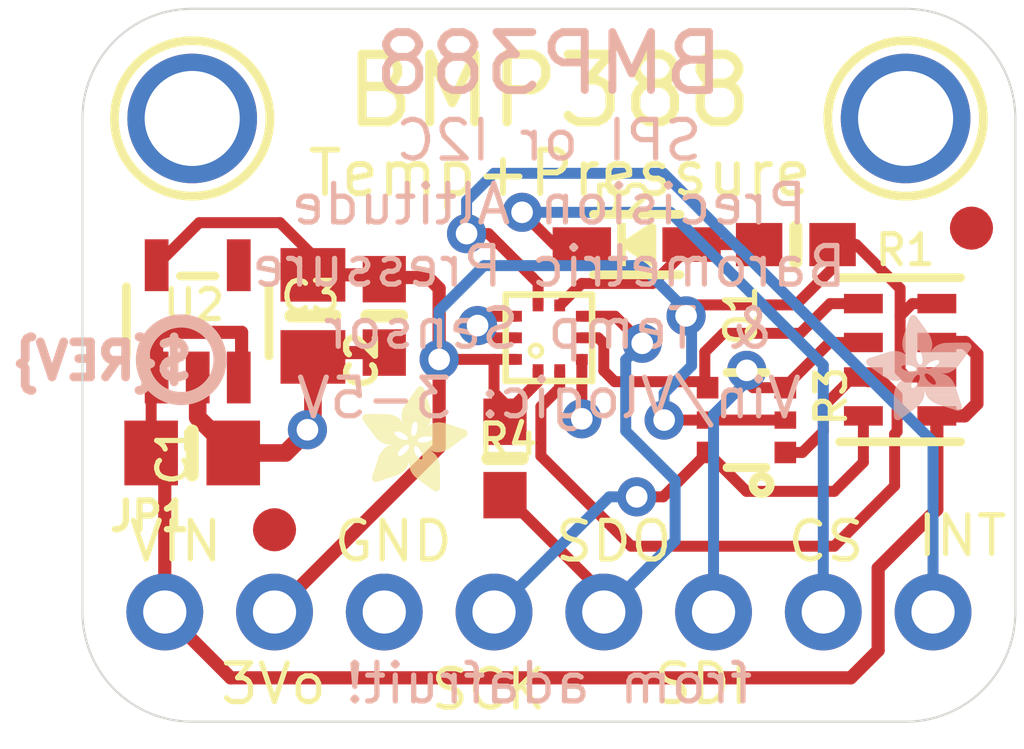
<source format=kicad_pcb>
(kicad_pcb (version 20221018) (generator pcbnew)
  (layers (0 "F.Cu" signal) (31 "B.Cu" signal) (34 "B.Paste" user) (35 "F.Paste" user) (36 "B.SilkS" user "B.Silkscreen") (37 "F.SilkS" user "F.Silkscreen") (38 "B.Mask" user) (39 "F.Mask" user) (44 "Edge.Cuts" user))
  (net 0 "")
  (net 1 "GND")
  (net 2 "SDI_3V")
  (net 3 "SCK_3V")
  (net 4 "CS_3V")
  (net 5 "3.3V")
  (net 6 "SDO/ADR")
  (net 7 "SDI/SDA")
  (net 8 "SCK/SCL")
  (net 9 "VIN")
  (net 10 "CS")
  (net 11 "INT")
  (footprint "Adafruit BMP388:0603-NO" (layer "F.Cu") (at 147.4851 107.1626 90)
    (fp_text reference "R4" (at 0.4445 0.8255) (layer "F.SilkS") (effects (font (size 0.692831 0.692831) (thickness 0.119969)) (justify right)))
    (fp_text value "10K")
    (pad "1" smd rect (at -0.85 0 90) (size 1.075 1) (layers "F.Cu" "F.Paste" "F.Mask") (net 6 "SDO/ADR"))
    (pad "2" smd rect (at 0.85 0 90) (size 1.075 1) (layers "F.Cu" "F.Paste" "F.Mask") (net 5 "3.3V"))
  )
  (footprint "Adafruit BMP388:ADAFRUIT_2.5MM" (layer "F.Cu") (at 144.1831 107.9246)
    (fp_text reference "U$6" hide)
    (fp_text value "" hide)
  )
  (footprint "Adafruit BMP388:SOT23-5" (layer "F.Cu") (at 140.3731 103.9876)
    (fp_text reference "U2" (at 0.689 -0.381) (layer "F.SilkS") (effects (font (size 0.692831 0.692831) (thickness 0.119969)) (justify right)))
    (fp_text value "MIC5225-3.3")
    (pad "1" smd rect (at -0.95 1.3001) (size 0.55 1.2) (layers "F.Cu" "F.Paste" "F.Mask") (net 9 "VIN"))
    (pad "2" smd rect (at 0 1.3001) (size 0.55 1.2) (layers "F.Cu" "F.Paste" "F.Mask") (net 1 "GND"))
    (pad "3" smd rect (at 0.95 1.3001) (size 0.55 1.2) (layers "F.Cu" "F.Paste" "F.Mask") (net 9 "VIN"))
    (pad "4" smd rect (at 0.95 -1.3001) (size 0.55 1.2) (layers "F.Cu" "F.Paste" "F.Mask"))
    (pad "5" smd rect (at -0.95 -1.3001) (size 0.55 1.2) (layers "F.Cu" "F.Paste" "F.Mask") (net 5 "3.3V"))
  )
  (footprint "Adafruit BMP388:0805-NO" (layer "F.Cu") (at 140.2461 107.0356)
    (fp_text reference "C1" (at -0.4445 -0.6985 90) (layer "F.SilkS") (effects (font (size 0.692831 0.692831) (thickness 0.119969)) (justify right)))
    (fp_text value "10uF")
    (pad "1" smd rect (at -0.95 0) (size 1.24 1.5) (layers "F.Cu" "F.Paste" "F.Mask") (net 9 "VIN"))
    (pad "2" smd rect (at 0.95 0) (size 1.24 1.5) (layers "F.Cu" "F.Paste" "F.Mask") (net 1 "GND"))
  )
  (footprint "Adafruit BMP388:BMP388" (layer "F.Cu") (at 148.5011 104.3686 180)
    (fp_text reference "IC1" hide)
    (fp_text value "BMP388" hide)
    (pad "1" smd rect (at 0.25 -0.75) (size 0.25 0.275) (layers "F.Cu" "F.Paste" "F.Mask") (net 5 "3.3V"))
    (pad "2" smd rect (at -0.25 -0.75) (size 0.25 0.275) (layers "F.Cu" "F.Paste" "F.Mask") (net 3 "SCK_3V"))
    (pad "3" smd rect (at -0.7625 -0.5 270) (size 0.25 0.275) (layers "F.Cu" "F.Paste" "F.Mask") (net 1 "GND"))
    (pad "4" smd rect (at -0.7625 0 270) (size 0.25 0.275) (layers "F.Cu" "F.Paste" "F.Mask") (net 2 "SDI_3V"))
    (pad "5" smd rect (at -0.7625 0.5 270) (size 0.25 0.275) (layers "F.Cu" "F.Paste" "F.Mask") (net 6 "SDO/ADR"))
    (pad "6" smd rect (at -0.25 0.75) (size 0.25 0.275) (layers "F.Cu" "F.Paste" "F.Mask") (net 4 "CS_3V"))
    (pad "7" smd rect (at 0.25 0.75) (size 0.25 0.275) (layers "F.Cu" "F.Paste" "F.Mask") (net 11 "INT"))
    (pad "8" smd rect (at 0.7625 0.5 270) (size 0.25 0.275) (layers "F.Cu" "F.Paste" "F.Mask") (net 1 "GND"))
    (pad "9" smd rect (at 0.7625 0 270) (size 0.25 0.275) (layers "F.Cu" "F.Paste" "F.Mask") (net 1 "GND"))
    (pad "10" smd rect (at 0.7625 -0.5 270) (size 0.25 0.275) (layers "F.Cu" "F.Paste" "F.Mask") (net 5 "3.3V"))
  )
  (footprint "Adafruit BMP388:SOT363" (layer "F.Cu") (at 153.0731 106.2736 90)
    (fp_text reference "Q1" (at 1.651 -0.127 90) (layer "F.SilkS") (effects (font (size 0.692831 0.692831) (thickness 0.119969)) (justify left)))
    (fp_text value "2N7002D")
    (pad "1" smd rect (at -0.75 0.9 90) (size 0.5 0.5) (layers "F.Cu" "F.Paste" "F.Mask") (net 3 "SCK_3V"))
    (pad "2" smd rect (at 0 0.9 90) (size 0.4 0.5) (layers "F.Cu" "F.Paste" "F.Mask") (net 5 "3.3V"))
    (pad "3" smd rect (at 0.75 0.9 90) (size 0.5 0.5) (layers "F.Cu" "F.Paste" "F.Mask") (net 7 "SDI/SDA"))
    (pad "4" smd rect (at 0.75 -0.9 90) (size 0.5 0.5) (layers "F.Cu" "F.Paste" "F.Mask") (net 2 "SDI_3V"))
    (pad "5" smd rect (at 0 -0.9 90) (size 0.4 0.5) (layers "F.Cu" "F.Paste" "F.Mask") (net 5 "3.3V"))
    (pad "6" smd rect (at -0.75 -0.9 90) (size 0.5 0.5) (layers "F.Cu" "F.Paste" "F.Mask") (net 8 "SCK/SCL"))
  )
  (footprint "Adafruit BMP388:FIDUCIAL_1MM" (layer "F.Cu") (at 158.2801 101.8286)
    (fp_text reference "U$15" hide)
    (fp_text value "FIDUCIAL_1MM" hide)
    (pad "1" smd roundrect (at 0 0) (size 1 1) (layers "F.Cu" "F.Mask") (roundrect_rratio 0.5))
  )
  (footprint "Adafruit BMP388:0805-NO" (layer "F.Cu") (at 143.0401 103.8606 -90)
    (fp_text reference "C3" (at -0.4445 -0.6985) (layer "F.SilkS") (effects (font (size 0.692831 0.692831) (thickness 0.119969)) (justify right)))
    (fp_text value "10uF")
    (pad "1" smd rect (at -0.95 0 270) (size 1.24 1.5) (layers "F.Cu" "F.Paste" "F.Mask") (net 5 "3.3V"))
    (pad "2" smd rect (at 0.95 0 270) (size 1.24 1.5) (layers "F.Cu" "F.Paste" "F.Mask") (net 1 "GND"))
  )
  (footprint "Adafruit BMP388:RESPACK_4X0603" (layer "F.Cu") (at 156.6291 104.8766 90)
    (fp_text reference "R3" (at -1.6 -1.6 90) (layer "F.SilkS") (effects (font (size 0.692831 0.692831) (thickness 0.119969)) (justify left)))
    (fp_text value "10K")
    (pad "1" smd rect (at -1.3 0.85 90) (size 0.45 0.9) (layers "F.Cu" "F.Paste" "F.Mask") (net 9 "VIN"))
    (pad "2" smd rect (at -0.4 0.85 90) (size 0.45 0.9) (layers "F.Cu" "F.Paste" "F.Mask") (net 5 "3.3V"))
    (pad "3" smd rect (at 0.4 0.85 90) (size 0.45 0.9) (layers "F.Cu" "F.Paste" "F.Mask") (net 9 "VIN"))
    (pad "4" smd rect (at 1.3 0.85 90) (size 0.45 0.9) (layers "F.Cu" "F.Paste" "F.Mask") (net 5 "3.3V"))
    (pad "5" smd rect (at 1.3 -0.85 90) (size 0.45 0.9) (layers "F.Cu" "F.Paste" "F.Mask") (net 2 "SDI_3V"))
    (pad "6" smd rect (at 0.4 -0.85 90) (size 0.45 0.9) (layers "F.Cu" "F.Paste" "F.Mask") (net 7 "SDI/SDA"))
    (pad "7" smd rect (at -0.4 -0.85 90) (size 0.45 0.9) (layers "F.Cu" "F.Paste" "F.Mask") (net 3 "SCK_3V"))
    (pad "8" smd rect (at -1.3 -0.85 90) (size 0.45 0.9) (layers "F.Cu" "F.Paste" "F.Mask") (net 8 "SCK/SCL"))
  )
  (footprint "Adafruit BMP388:0603-NO" (layer "F.Cu") (at 144.6911 103.8606 -90)
    (fp_text reference "C2" (at 1.778 0.127 -90) (layer "F.SilkS") (effects (font (size 0.666496 0.666496) (thickness 0.146304)) (justify left bottom)))
    (fp_text value "0.1uF")
    (pad "1" smd rect (at -0.85 0 270) (size 1.075 1) (layers "F.Cu" "F.Paste" "F.Mask") (net 5 "3.3V"))
    (pad "2" smd rect (at 0.85 0 270) (size 1.075 1) (layers "F.Cu" "F.Paste" "F.Mask") (net 1 "GND"))
  )
  (footprint "Adafruit BMP388:SOD-323" (layer "F.Cu") (at 150.5331 102.2096)
    (fp_text reference "D2" (at -1.1 -1) (layer "F.SilkS") (effects (font (size 0.692831 0.692831) (thickness 0.119969)) (justify left)))
    (fp_text value "1N4148")
    (pad "A" smd rect (at 1.27 0) (size 1.35 0.8) (layers "F.Cu" "F.Paste" "F.Mask") (net 4 "CS_3V"))
    (pad "C" smd rect (at -1.27 0) (size 1.35 0.8) (layers "F.Cu" "F.Paste" "F.Mask") (net 10 "CS"))
  )
  (footprint "Adafruit BMP388:0603-NO" (layer "F.Cu") (at 154.2161 102.2096)
    (fp_text reference "R1" (at 1.778 0.127) (layer "F.SilkS") (effects (font (size 0.692831 0.692831) (thickness 0.119969)) (justify left)))
    (fp_text value "10K")
    (pad "1" smd rect (at -0.85 0) (size 1.075 1) (layers "F.Cu" "F.Paste" "F.Mask") (net 4 "CS_3V"))
    (pad "2" smd rect (at 0.85 0) (size 1.075 1) (layers "F.Cu" "F.Paste" "F.Mask") (net 5 "3.3V"))
  )
  (footprint "Adafruit BMP388:1X08_ROUND_70" (layer "F.Cu") (at 148.5011 110.7186)
    (fp_text reference "JP1" (at -10.2362 -1.8288) (layer "F.SilkS") (effects (font (size 0.666496 0.666496) (thickness 0.146304)) (justify left bottom)))
    (fp_text value "")
    (pad "1" thru_hole circle (at -8.89 0 90) (size 1.778 1.778) (drill 1) (layers "*.Cu" "*.Mask") (net 9 "VIN"))
    (pad "2" thru_hole circle (at -6.35 0 90) (size 1.778 1.778) (drill 1) (layers "*.Cu" "*.Mask") (net 5 "3.3V"))
    (pad "3" thru_hole circle (at -3.81 0 90) (size 1.778 1.778) (drill 1) (layers "*.Cu" "*.Mask") (net 1 "GND"))
    (pad "4" thru_hole circle (at -1.27 0 90) (size 1.778 1.778) (drill 1) (layers "*.Cu" "*.Mask") (net 8 "SCK/SCL"))
    (pad "5" thru_hole circle (at 1.27 0 90) (size 1.778 1.778) (drill 1) (layers "*.Cu" "*.Mask") (net 6 "SDO/ADR"))
    (pad "6" thru_hole circle (at 3.81 0 90) (size 1.778 1.778) (drill 1) (layers "*.Cu" "*.Mask") (net 7 "SDI/SDA"))
    (pad "7" thru_hole circle (at 6.35 0 90) (size 1.778 1.778) (drill 1) (layers "*.Cu" "*.Mask") (net 10 "CS"))
    (pad "8" thru_hole circle (at 8.89 0 90) (size 1.778 1.778) (drill 1) (layers "*.Cu" "*.Mask") (net 11 "INT"))
  )
  (footprint "Adafruit BMP388:FIDUCIAL_1MM" (layer "F.Cu") (at 142.1511 108.8136)
    (fp_text reference "U$5" hide)
    (fp_text value "FIDUCIAL_1MM" hide)
    (pad "1" smd roundrect (at 0 0) (size 1 1) (layers "F.Cu" "F.Mask") (roundrect_rratio 0.5))
  )
  (footprint "Adafruit BMP388:MOUNTINGHOLE_2.0_PLATED" (layer "F.Cu") (at 156.7561 99.2886)
    (fp_text reference "U$8" hide)
    (fp_text value "MOUNTINGHOLE2.0" hide)
    (pad "P$1" thru_hole circle (at 0 0) (size 3 3) (drill 2.2) (layers "*.Cu" "*.Mask"))
  )
  (footprint "Adafruit BMP388:MOUNTINGHOLE_2.0_PLATED" (layer "F.Cu") (at 140.2461 99.2886)
    (fp_text reference "U$7" hide)
    (fp_text value "MOUNTINGHOLE2.0" hide)
    (pad "P$1" thru_hole circle (at 0 0) (size 3 3) (drill 2.2) (layers "*.Cu" "*.Mask"))
  )
  (footprint "Adafruit BMP388:PCBFEAT-REV-040" (layer "B.Cu") (at 139.9921 104.8766 180)
    (fp_text reference "U$20" hide)
    (fp_text value "" hide)
    (fp_text user "${REV}" (at -0.3556 -0.508) (layer "B.SilkS") (effects (font (size 0.8128 0.8128) (thickness 0.2032)) (justify left bottom mirror)))
  )
  (footprint "Adafruit BMP388:ADAFRUIT_2.5MM" (layer "B.Cu") (at 158.2801 106.2736 180)
    (fp_text reference "U$2" hide)
    (fp_text value "" hide)
  )
  (gr_line (start 140.2461 96.7486) (end 156.7561 96.7486) (stroke (width 0.05)) (layer "Edge.Cuts"))
  (gr_arc (start 140.2461 113.2586) (mid 138.450049 112.514651) (end 137.7061 110.7186) (stroke (width 0.05)) (layer "Edge.Cuts"))
  (gr_line (start 137.7061 110.7186) (end 137.7061 99.2886) (stroke (width 0.05)) (layer "Edge.Cuts"))
  (gr_line (start 159.2961 99.2886) (end 159.2961 110.7186) (stroke (width 0.05)) (layer "Edge.Cuts"))
  (gr_line (start 156.7561 113.2586) (end 140.2461 113.2586) (stroke (width 0.05)) (layer "Edge.Cuts"))
  (gr_arc (start 137.7061 99.2886) (mid 138.450049 97.492549) (end 140.2461 96.7486) (stroke (width 0.05)) (layer "Edge.Cuts"))
  (gr_arc (start 156.7561 96.7486) (mid 158.552151 97.492549) (end 159.2961 99.2886) (stroke (width 0.05)) (layer "Edge.Cuts"))
  (gr_arc (start 159.2961 110.7186) (mid 158.552151 112.514651) (end 156.7561 113.2586) (stroke (width 0.05)) (layer "Edge.Cuts"))
  (gr_text "Vin/Vlogic: 3-5V" (at 148.5011 105.7656) (layer "B.SilkS") (effects (font (size 0.89408 0.89408) (thickness 0.12192)) (justify mirror)))
  (gr_text "BMP388" (at 148.5011 98.0186) (layer "B.SilkS") (effects (font (size 1.34112 1.34112) (thickness 0.18288)) (justify mirror)))
  (gr_text "Precision Altitude\nBarometric Pressure\n& Temp Sensor" (at 148.5011 102.7176) (layer "B.SilkS") (effects (font (size 0.89408 0.89408) (thickness 0.12192)) (justify mirror)))
  (gr_text "from adafruit!" (at 148.5011 112.3696) (layer "B.SilkS") (effects (font (size 0.89408 0.89408) (thickness 0.12192)) (justify mirror)))
  (gr_text "SPI or I2C" (at 148.5011 99.7966) (layer "B.SilkS") (effects (font (size 0.89408 0.89408) (thickness 0.12192)) (justify mirror)))
  (gr_text "3Vo" (at 143.4211 111.8616) (layer "F.SilkS") (effects (font (size 0.89408 0.89408) (thickness 0.12192)) (justify right top)))
  (gr_text "Temp+Pressure" (at 148.7551 100.5586) (layer "F.SilkS") (effects (font (size 1.00584 1.00584) (thickness 0.13716))))
  (gr_text "SDI" (at 153.2001 111.8616) (layer "F.SilkS") (effects (font (size 0.89408 0.89408) (thickness 0.12192)) (justify right top)))
  (gr_text "BMP388" (at 148.5011 98.6536) (layer "F.SilkS") (effects (font (size 1.56464 1.56464) (thickness 0.21336))))
  (gr_text "SDO" (at 151.4221 108.5596) (layer "F.SilkS") (effects (font (size 0.89408 0.89408) (thickness 0.12192)) (justify right top)))
  (gr_text "INT" (at 159.1691 108.4326) (layer "F.SilkS") (effects (font (size 0.89408 0.89408) (thickness 0.12192)) (justify right top)))
  (gr_text "SCK" (at 148.5011 111.9886) (layer "F.SilkS") (effects (font (size 0.89408 0.89408) (thickness 0.12192)) (justify right top)))
  (gr_text "CS" (at 155.8671 108.5596) (layer "F.SilkS") (effects (font (size 0.89408 0.89408) (thickness 0.12192)) (justify right top)))
  (gr_text "VIN" (at 141.0081 108.5596) (layer "F.SilkS") (effects (font (size 0.89408 0.89408) (thickness 0.12192)) (justify right top)))
  (gr_text "GND" (at 146.3421 108.5596) (layer "F.SilkS") (effects (font (size 0.89408 0.89408) (thickness 0.12192)) (justify right top)))
  (segment (start 147.7386 104.3686) (end 147.1335 104.3686) (width 0.254) (layer "F.Cu") (net 1))
  (segment (start 144.6911 104.7106) (end 143.1401 104.7106) (width 0.3048) (layer "F.Cu") (net 1))
  (segment (start 147.1335 104.3686) (end 146.8501 104.0852) (width 0.254) (layer "F.Cu") (net 1))
  (segment (start 141.1961 107.0356) (end 142.4051 107.0356) (width 0.4064) (layer "F.Cu") (net 1))
  (segment (start 143.1401 104.7106) (end 143.0401 104.8106) (width 0.3048) (layer "F.Cu") (net 1))
  (segment (start 142.4051 107.0356) (end 142.9131 106.5276) (width 0.4064) (layer "F.Cu") (net 1))
  (segment (start 147.0667 103.8686) (end 146.8501 104.0852) (width 0.254) (layer "F.Cu") (net 1))
  (segment (start 140.3731 106.2126) (end 141.1961 107.0356) (width 0.4064) (layer "F.Cu") (net 1))
  (segment (start 149.2636 106.2437) (end 149.2631 106.2442) (width 0.254) (layer "F.Cu") (net 1))
  (segment (start 143.0401 106.4006) (end 142.9131 106.5276) (width 0.4064) (layer "F.Cu") (net 1))
  (segment (start 140.3731 105.2877) (end 140.3731 106.2126) (width 0.4064) (layer "F.Cu") (net 1))
  (segment (start 143.0401 104.8106) (end 143.0401 106.4006) (width 0.4064) (layer "F.Cu") (net 1))
  (segment (start 142.9131 106.5276) (end 142.9131 106.4982) (width 0.4064) (layer "F.Cu") (net 1))
  (segment (start 149.2636 104.8686) (end 149.2636 106.2437) (width 0.254) (layer "F.Cu") (net 1))
  (segment (start 147.7386 103.8686) (end 147.0667 103.8686) (width 0.254) (layer "F.Cu") (net 1))
  (via (at 149.2631 106.2442) (size 0.9064) (drill 0.5) (layers "F.Cu" "B.Cu") (net 1))
  (via (at 146.8501 104.0852) (size 0.9064) (drill 0.5) (layers "F.Cu" "B.Cu") (net 1))
  (via (at 142.9131 106.4982) (size 0.9064) (drill 0.5) (layers "F.Cu" "B.Cu") (net 1))
  (segment (start 150.0251 105.3846) (end 152.0341 105.3846) (width 0.254) (layer "F.Cu") (net 2))
  (segment (start 152.1091 105.4596) (end 152.1731 105.5236) (width 0.254) (layer "F.Cu") (net 2))
  (segment (start 149.6446 104.3686) (end 149.7716 104.4956) (width 0.254) (layer "F.Cu") (net 2))
  (segment (start 152.0341 105.3846) (end 152.1091 105.4596) (width 0.254) (layer "F.Cu") (net 2))
  (segment (start 155.0081 103.5766) (end 155.7791 103.5766) (width 0.254) (layer "F.Cu") (net 2))
  (segment (start 149.2636 104.3686) (end 149.6446 104.3686) (width 0.254) (layer "F.Cu") (net 2))
  (segment (start 152.5421 104.2646) (end 152.1091 104.6976) (width 0.254) (layer "F.Cu") (net 2))
  (segment (start 149.7716 105.1311) (end 150.0251 105.3846) (width 0.254) (layer "F.Cu") (net 2))
  (segment (start 155.0081 103.5766) (end 154.3201 104.2646) (width 0.254) (layer "F.Cu") (net 2))
  (segment (start 149.7716 104.4956) (end 149.7716 105.1311) (width 0.254) (layer "F.Cu") (net 2))
  (segment (start 152.1091 104.6976) (end 152.1091 105.4596) (width 0.254) (layer "F.Cu") (net 2))
  (segment (start 154.3201 104.2646) (end 152.5421 104.2646) (width 0.254) (layer "F.Cu") (net 2))
  (segment (start 154.8511 105.962625) (end 154.8511 106.5386) (width 0.254) (layer "F.Cu") (net 3))
  (segment (start 156.236518 105.3846) (end 156.5593 105.707382) (width 0.254) (layer "F.Cu") (net 3))
  (segment (start 156.5593 106.538369) (end 156.5593 106.538369) (width 0.254) (layer "F.Cu") (net 3))
  (segment (start 156.5593 106.538369) (end 156.559296 106.538375) (width 0.254) (layer "F.Cu") (net 3))
  (segment (start 156.559296 106.538375) (end 156.502093 106.595575) (width 0.254) (layer "F.Cu") (net 3))
  (segment (start 155.7791 105.2766) (end 155.8871 105.3846) (width 0.254) (layer "F.Cu") (net 3))
  (segment (start 154.8511 105.962625) (end 155.537125 105.2766) (width 0.254) (layer "F.Cu") (net 3))
  (segment (start 155.537125 105.2766) (end 155.7791 105.2766) (width 0.254) (layer "F.Cu") (net 3))
  (segment (start 148.7511 105.527182) (end 148.3153 105.962982) (width 0.254) (layer "F.Cu") (net 3))
  (segment (start 156.502093 107.797607) (end 155.1051 109.1946) (width 0.254) (layer "F.Cu") (net 3))
  (segment (start 156.502093 106.595575) (end 156.502093 107.797607) (width 0.254) (layer "F.Cu") (net 3))
  (segment (start 154.3661 107.0236) (end 153.9731 107.0236) (width 0.254) (layer "F.Cu") (net 3))
  (segment (start 148.7511 105.1186) (end 148.7511 105.527182) (width 0.254) (layer "F.Cu") (net 3))
  (segment (start 155.8871 105.3846) (end 156.236518 105.3846) (width 0.254) (layer "F.Cu") (net 3))
  (segment (start 148.3153 105.962982) (end 148.3153 107.1038) (width 0.254) (layer "F.Cu") (net 3))
  (segment (start 156.5593 105.707382) (end 156.5593 106.538369) (width 0.254) (layer "F.Cu") (net 3))
  (segment (start 155.1051 109.1946) (end 150.4061 109.1946) (width 0.254) (layer "F.Cu") (net 3))
  (segment (start 148.3153 107.1038) (end 150.4061 109.1946) (width 0.254) (layer "F.Cu") (net 3))
  (segment (start 154.8511 106.5386) (end 154.3661 107.0236) (width 0.254) (layer "F.Cu") (net 3))
  (segment (start 150.9021 103.1106) (end 151.8031 102.2096) (width 0.254) (layer "F.Cu") (net 4))
  (segment (start 151.8031 102.2096) (end 153.3661 102.2096) (width 0.254) (layer "F.Cu") (net 4))
  (segment (start 148.7511 103.6186) (end 149.2591 103.1106) (width 0.254) (layer "F.Cu") (net 4))
  (segment (start 149.2591 103.1106) (end 150.9021 103.1106) (width 0.254) (layer "F.Cu") (net 4))
  (segment (start 148.25109 105.118622) (end 148.25109 105.118622) (width 0.254) (layer "F.Cu") (net 5))
  (segment (start 155.0661 102.7566) (end 155.0661 102.2096) (width 0.254) (layer "F.Cu") (net 5))
  (segment (start 156.6291 103.2256) (end 155.6131 102.2096) (width 0.254) (layer "F.Cu") (net 5))
  (segment (start 142.2781 101.7016) (end 143.0401 102.4636) (width 0.254) (layer "F.Cu") (net 5))
  (segment (start 144.5911 102.9106) (end 144.6911 103.0106) (width 0.3048) (layer "F.Cu") (net 5))
  (segment (start 147.2311 104.8686) (end 145.9611 104.8686) (width 0.254) (layer "F.Cu") (net 5))
  (segment (start 151.6761 103.747) (end 151.8165 103.6066) (width 0.254) (layer "F.Cu") (net 5))
  (segment (start 140.409 101.7016) (end 142.2781 101.7016) (width 0.254) (layer "F.Cu") (net 5))
  (segment (start 144.6521 102.9716) (end 144.5911 102.9106) (width 0.3048) (layer "F.Cu") (net 5))
  (segment (start 147.4851 106.1466) (end 147.4851 106.3126) (width 0.254) (layer "F.Cu") (net 5))
  (segment (start 156.9131 103.5766) (end 157.4791 103.5766) (width 0.254) (layer "F.Cu") (net 5))
  (segment (start 142.1511 110.7186) (end 145.9611 106.9086) (width 0.3048) (layer "F.Cu") (net 5))
  (segment (start 156.6291 103.2256) (end 156.6291 103.8606) (width 0.254) (layer "F.Cu") (net 5))
  (segment (start 147.2311 104.8686) (end 147.2311 105.6386) (width 0.254) (layer "F.Cu") (net 5))
  (segment (start 151.8165 103.6066) (end 154.2161 103.6066) (width 0.254) (layer "F.Cu") (net 5))
  (segment (start 156.7751 105.2766) (end 156.6291 105.1306) (width 0.254) (layer "F.Cu") (net 5))
  (segment (start 154.2161 103.6066) (end 155.0661 102.7566) (width 0.254) (layer "F.Cu") (net 5))
  (segment (start 152.1731 106.2736) (end 151.1681 106.2736) (width 0.254) (layer "F.Cu") (net 5))
  (segment (start 148.25109 105.38061) (end 148.25109 105.118622) (width 0.254) (layer "F.Cu") (net 5))
  (segment (start 156.6291 103.8606) (end 156.9131 103.5766) (width 0.254) (layer "F.Cu") (net 5))
  (segment (start 145.9611 104.8686) (end 145.9611 103.2256) (width 0.3048) (layer "F.Cu") (net 5))
  (segment (start 145.9611 106.2736) (end 145.9611 104.8686) (width 0.3048) (layer "F.Cu") (net 5))
  (segment (start 153.9731 106.2736) (end 152.1731 106.2736) (width 0.254) (layer "F.Cu") (net 5))
  (segment (start 157.4791 105.2766) (end 156.7751 105.2766) (width 0.254) (layer "F.Cu") (net 5))
  (segment (start 139.4231 102.6875) (end 140.409 101.7016) (width 0.254) (layer "F.Cu") (net 5))
  (segment (start 143.0401 102.9106) (end 144.5911 102.9106) (width 0.3048) (layer "F.Cu") (net 5))
  (segment (start 147.4851 106.1466) (end 148.25109 105.38061) (width 0.254) (layer "F.Cu") (net 5))
  (segment (start 147.2311 105.6386) (end 147.4851 105.8926) (width 0.254) (layer "F.Cu") (net 5))
  (segment (start 143.0401 102.9106) (end 143.0401 103.0986) (width 0.254) (layer "F.Cu") (net 5))
  (segment (start 147.7386 104.8686) (end 147.2311 104.8686) (width 0.254) (layer "F.Cu") (net 5))
  (segment (start 143.0401 102.4636) (end 143.0401 103.0986) (width 0.254) (layer "F.Cu") (net 5))
  (segment (start 145.7071 102.9716) (end 144.6521 102.9716) (width 0.3048) (layer "F.Cu") (net 5))
  (segment (start 151.6761 103.747) (end 151.6761 103.8606) (width 0.254) (layer "F.Cu") (net 5))
  (segment (start 147.4851 105.8926) (end 147.4851 106.3126) (width 0.254) (layer "F.Cu") (net 5))
  (segment (start 145.9611 106.9086) (end 145.9611 106.2736) (width 0.3048) (layer "F.Cu") (net 5))
  (segment (start 145.9611 103.2256) (end 145.7071 102.9716) (width 0.3048) (layer "F.Cu") (net 5))
  (segment (start 155.6131 102.2096) (end 155.0661 102.2096) (width 0.254) (layer "F.Cu") (net 5))
  (segment (start 145.9611 106.2736) (end 145.9611 106.2736) (width 0.3048) (layer "F.Cu") (net 5))
  (segment (start 148.25109 105.118622) (end 148.2511 105.1186) (width 0.254) (layer "F.Cu") (net 5))
  (segment (start 156.6291 105.1306) (end 156.6291 103.8606) (width 0.254) (layer "F.Cu") (net 5))
  (via (at 145.9611 104.8686) (size 0.9064) (drill 0.5) (layers "F.Cu" "B.Cu") (net 5))
  (via (at 151.1681 106.2736) (size 0.9064) (drill 0.5) (layers "F.Cu" "B.Cu") (net 5))
  (via (at 151.6761 103.8606) (size 0.9064) (drill 0.5) (layers "F.Cu" "B.Cu") (net 5))
  (segment (start 151.8031 105.017) (end 151.8031 103.9876) (width 0.254) (layer "B.Cu") (net 5))
  (segment (start 150.6387 102.6962) (end 151.6761 103.7336) (width 0.254) (layer "B.Cu") (net 5))
  (segment (start 151.8031 103.9876) (end 151.6761 103.8606) (width 0.254) (layer "B.Cu") (net 5))
  (segment (start 151.6761 103.7336) (end 151.6761 103.8606) (width 0.254) (layer "B.Cu") (net 5))
  (segment (start 145.9611 103.7336) (end 146.9985 102.6962) (width 0.254) (layer "B.Cu") (net 5))
  (segment (start 145.9611 104.8686) (end 145.9611 103.7336) (width 0.254) (layer "B.Cu") (net 5))
  (segment (start 151.1681 106.2736) (end 151.1681 105.652) (width 0.254) (layer "B.Cu") (net 5))
  (segment (start 146.9985 102.6962) (end 150.6387 102.6962) (width 0.254) (layer "B.Cu") (net 5))
  (segment (start 151.1681 105.652) (end 151.8031 105.017) (width 0.254) (layer "B.Cu") (net 5))
  (segment (start 149.2636 103.8686) (end 150.033112 103.8686) (width 0.254) (layer "F.Cu") (net 6))
  (segment (start 150.6601 104.495588) (end 150.6601 104.4956) (width 0.254) (layer "F.Cu") (net 6))
  (segment (start 150.033112 103.8686) (end 150.6601 104.495588) (width 0.254) (layer "F.Cu") (net 6))
  (segment (start 147.4851 108.0126) (end 149.7711 110.2986) (width 0.254) (layer "F.Cu") (net 6))
  (segment (start 149.7711 110.2986) (end 149.7711 110.7186) (width 0.254) (layer "F.Cu") (net 6))
  (via (at 150.6601 104.4956) (size 0.9064) (drill 0.5) (layers "F.Cu" "B.Cu") (net 6))
  (segment (start 150.2791 104.8766) (end 150.2791 106.5276) (width 0.254) (layer "B.Cu") (net 6))
  (segment (start 151.4221 109.067597) (end 149.7711 110.7186) (width 0.254) (layer "B.Cu") (net 6))
  (segment (start 150.6601 104.4956) (end 150.2791 104.8766) (width 0.254) (layer "B.Cu") (net 6))
  (segment (start 150.2791 106.5276) (end 151.4221 107.6706) (width 0.254) (layer "B.Cu") (net 6))
  (segment (start 151.4221 107.6706) (end 151.4221 109.067597) (width 0.254) (layer "B.Cu") (net 6))
  (segment (start 153.9731 105.5006) (end 153.9731 105.5236) (width 0.254) (layer "F.Cu") (net 7))
  (segment (start 154.9971 104.4766) (end 153.9731 105.5006) (width 0.254) (layer "F.Cu") (net 7))
  (segment (start 155.7791 104.4766) (end 154.9971 104.4766) (width 0.254) (layer "F.Cu") (net 7))
  (segment (start 153.0795 105.376) (end 153.0795 105.122) (width 0.254) (layer "F.Cu") (net 7))
  (segment (start 153.0795 105.376) (end 153.2271 105.5236) (width 0.254) (layer "F.Cu") (net 7))
  (segment (start 153.2271 105.5236) (end 153.9731 105.5236) (width 0.254) (layer "F.Cu") (net 7))
  (via (at 153.0795 105.122) (size 0.9064) (drill 0.5) (layers "F.Cu" "B.Cu") (net 7))
  (segment (start 153.0795 105.376) (end 153.0795 105.122) (width 0.254) (layer "B.Cu") (net 7))
  (segment (start 152.3111 110.7186) (end 152.3111 106.1444) (width 0.254) (layer "B.Cu") (net 7))
  (segment (start 152.3111 106.1444) (end 153.0795 105.376) (width 0.254) (layer "B.Cu") (net 7))
  (segment (start 153.0741 107.9246) (end 155.1051 107.9246) (width 0.254) (layer "F.Cu") (net 8))
  (segment (start 155.7791 107.2506) (end 155.7791 106.1766) (width 0.254) (layer "F.Cu") (net 8))
  (segment (start 152.1731 107.0236) (end 151.1451 108.0516) (width 0.254) (layer "F.Cu") (net 8))
  (segment (start 152.1731 107.0236) (end 153.0741 107.9246) (width 0.254) (layer "F.Cu") (net 8))
  (segment (start 155.1051 107.9246) (end 155.7791 107.2506) (width 0.254) (layer "F.Cu") (net 8))
  (segment (start 151.1451 108.0516) (end 150.5331 108.0516) (width 0.254) (layer "F.Cu") (net 8))
  (via (at 150.5331 108.0516) (size 0.9064) (drill 0.5) (layers "F.Cu" "B.Cu") (net 8))
  (segment (start 147.2311 110.7186) (end 149.8981 108.0516) (width 0.254) (layer "B.Cu") (net 8))
  (segment (start 149.8981 108.0516) (end 150.5331 108.0516) (width 0.254) (layer "B.Cu") (net 8))
  (segment (start 141.3891 104.2416) (end 141.3891 105.2217) (width 0.3048) (layer "F.Cu") (net 9))
  (segment (start 158.4071 104.7496) (end 158.4071 105.892594) (width 0.3048) (layer "F.Cu") (net 9))
  (segment (start 141.1351 112.2426) (end 139.6111 110.7186) (width 0.3048) (layer "F.Cu") (net 9))
  (segment (start 139.6111 110.7186) (end 139.6111 107.3506) (width 0.3048) (layer "F.Cu") (net 9))
  (segment (start 158.4071 105.892594) (end 158.1231 106.1766) (width 0.3048) (layer "F.Cu") (net 9))
  (segment (start 139.2961 105.4147) (end 139.4231 105.2877) (width 0.254) (layer "F.Cu") (net 9))
  (segment (start 157.4791 108.3446) (end 156.1211 109.7026) (width 0.3048) (layer "F.Cu") (net 9))
  (segment (start 157.4791 106.1766) (end 157.4791 108.3446) (width 0.3048) (layer "F.Cu") (net 9))
  (segment (start 156.1211 111.6076) (end 155.4861 112.2426) (width 0.3048) (layer "F.Cu") (net 9))
  (segment (start 155.4861 112.2426) (end 141.1351 112.2426) (width 0.3048) (layer "F.Cu") (net 9))
  (segment (start 158.1341 104.4766) (end 158.4071 104.7496) (width 0.3048) (layer "F.Cu") (net 9))
  (segment (start 139.4231 104.3026) (end 139.4841 104.2416) (width 0.3048) (layer "F.Cu") (net 9))
  (segment (start 157.4791 104.4766) (end 158.1341 104.4766) (width 0.3048) (layer "F.Cu") (net 9))
  (segment (start 139.4841 104.2416) (end 141.3891 104.2416) (width 0.3048) (layer "F.Cu") (net 9))
  (segment (start 139.2961 107.0356) (end 139.2961 105.4147) (width 0.254) (layer "F.Cu") (net 9))
  (segment (start 141.3891 105.2217) (end 141.3231 105.2877) (width 0.254) (layer "F.Cu") (net 9))
  (segment (start 139.6111 107.3506) (end 139.2961 107.0356) (width 0.254) (layer "F.Cu") (net 9))
  (segment (start 156.1211 109.7026) (end 156.1211 111.6076) (width 0.3048) (layer "F.Cu") (net 9))
  (segment (start 139.4231 105.2877) (end 139.4231 104.3026) (width 0.3048) (layer "F.Cu") (net 9))
  (segment (start 158.1231 106.1766) (end 157.4791 106.1766) (width 0.3048) (layer "F.Cu") (net 9))
  (segment (start 149.2631 102.2096) (end 148.6281 102.2096) (width 0.254) (layer "F.Cu") (net 10))
  (segment (start 148.6281 102.2096) (end 147.880456 101.461957) (width 0.254) (layer "F.Cu") (net 10))
  (via (at 147.880456 101.461957) (size 0.9064) (drill 0.5) (layers "F.Cu" "B.Cu") (net 10))
  (segment (start 151.309453 101.461957) (end 147.880456 101.461957) (width 0.254) (layer "B.Cu") (net 10))
  (segment (start 154.8511 110.7186) (end 154.8511 105.0036) (width 0.254) (layer "B.Cu") (net 10))
  (segment (start 154.8511 105.0036) (end 151.309453 101.461957) (width 0.254) (layer "B.Cu") (net 10))
  (segment (start 148.1201 102.9716) (end 147.1041 101.9556) (width 0.254) (layer "F.Cu") (net 11))
  (segment (start 148.2511 103.1026) (end 148.1201 102.9716) (width 0.254) (layer "F.Cu") (net 11))
  (segment (start 148.2511 103.6186) (end 148.2511 103.1026) (width 0.254) (layer "F.Cu") (net 11))
  (segment (start 147.1041 101.9556) (end 146.5961 101.9556) (width 0.254) (layer "F.Cu") (net 11))
  (via (at 146.5961 101.9556) (size 0.9064) (drill 0.5) (layers "F.Cu" "B.Cu") (net 11))
  (segment (start 157.3911 110.7186) (end 157.3911 106.7816) (width 0.254) (layer "B.Cu") (net 11))
  (segment (start 152.934518 102.3366) (end 151.156518 100.5586) (width 0.254) (layer "B.Cu") (net 11))
  (segment (start 151.156518 100.5586) (end 147.2311 100.5586) (width 0.254) (layer "B.Cu") (net 11))
  (segment (start 157.3911 106.7816) (end 153.3271 102.7176) (width 0.254) (layer "B.Cu") (net 11))
  (segment (start 146.5961 101.1936) (end 146.5961 101.9556) (width 0.254) (layer "B.Cu") (net 11))
  (segment (start 152.9461 102.3366) (end 152.934518 102.3366) (width 0.254) (layer "B.Cu") (net 11))
  (segment (start 153.3271 102.7176) (end 152.9461 102.3366) (width 0.254) (layer "B.Cu") (net 11))
  (segment (start 147.2311 100.5586) (end 146.5961 101.1936) (width 0.254) (layer "B.Cu") (net 11))
)
</source>
